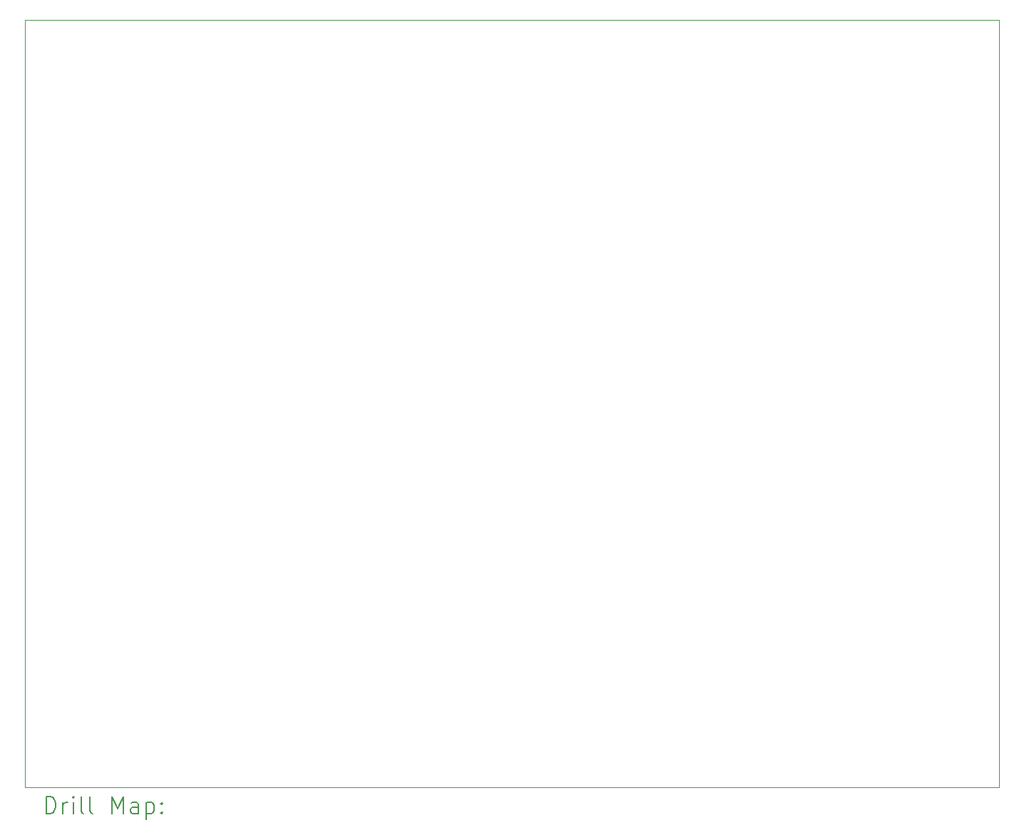
<source format=gbr>
%TF.GenerationSoftware,KiCad,Pcbnew,(6.0.7)*%
%TF.CreationDate,2022-11-13T23:25:29+01:00*%
%TF.ProjectId,cncBord4sdo,636e6342-6f72-4643-9473-646f2e6b6963,rev?*%
%TF.SameCoordinates,Original*%
%TF.FileFunction,Drillmap*%
%TF.FilePolarity,Positive*%
%FSLAX45Y45*%
G04 Gerber Fmt 4.5, Leading zero omitted, Abs format (unit mm)*
G04 Created by KiCad (PCBNEW (6.0.7)) date 2022-11-13 23:25:29*
%MOMM*%
%LPD*%
G01*
G04 APERTURE LIST*
%ADD10C,0.100000*%
%ADD11C,0.200000*%
G04 APERTURE END LIST*
D10*
X12700000Y-6129000D02*
X12700000Y-15240000D01*
X12700000Y-15240000D02*
X24271000Y-15240000D01*
X12700000Y-6129000D02*
X24271000Y-6129000D01*
X24271000Y-6129000D02*
X24271000Y-15240000D01*
D11*
X12952619Y-15555476D02*
X12952619Y-15355476D01*
X13000238Y-15355476D01*
X13028809Y-15365000D01*
X13047857Y-15384048D01*
X13057381Y-15403095D01*
X13066905Y-15441190D01*
X13066905Y-15469762D01*
X13057381Y-15507857D01*
X13047857Y-15526905D01*
X13028809Y-15545952D01*
X13000238Y-15555476D01*
X12952619Y-15555476D01*
X13152619Y-15555476D02*
X13152619Y-15422143D01*
X13152619Y-15460238D02*
X13162143Y-15441190D01*
X13171667Y-15431667D01*
X13190714Y-15422143D01*
X13209762Y-15422143D01*
X13276428Y-15555476D02*
X13276428Y-15422143D01*
X13276428Y-15355476D02*
X13266905Y-15365000D01*
X13276428Y-15374524D01*
X13285952Y-15365000D01*
X13276428Y-15355476D01*
X13276428Y-15374524D01*
X13400238Y-15555476D02*
X13381190Y-15545952D01*
X13371667Y-15526905D01*
X13371667Y-15355476D01*
X13505000Y-15555476D02*
X13485952Y-15545952D01*
X13476428Y-15526905D01*
X13476428Y-15355476D01*
X13733571Y-15555476D02*
X13733571Y-15355476D01*
X13800238Y-15498333D01*
X13866905Y-15355476D01*
X13866905Y-15555476D01*
X14047857Y-15555476D02*
X14047857Y-15450714D01*
X14038333Y-15431667D01*
X14019286Y-15422143D01*
X13981190Y-15422143D01*
X13962143Y-15431667D01*
X14047857Y-15545952D02*
X14028809Y-15555476D01*
X13981190Y-15555476D01*
X13962143Y-15545952D01*
X13952619Y-15526905D01*
X13952619Y-15507857D01*
X13962143Y-15488809D01*
X13981190Y-15479286D01*
X14028809Y-15479286D01*
X14047857Y-15469762D01*
X14143095Y-15422143D02*
X14143095Y-15622143D01*
X14143095Y-15431667D02*
X14162143Y-15422143D01*
X14200238Y-15422143D01*
X14219286Y-15431667D01*
X14228809Y-15441190D01*
X14238333Y-15460238D01*
X14238333Y-15517381D01*
X14228809Y-15536428D01*
X14219286Y-15545952D01*
X14200238Y-15555476D01*
X14162143Y-15555476D01*
X14143095Y-15545952D01*
X14324048Y-15536428D02*
X14333571Y-15545952D01*
X14324048Y-15555476D01*
X14314524Y-15545952D01*
X14324048Y-15536428D01*
X14324048Y-15555476D01*
X14324048Y-15431667D02*
X14333571Y-15441190D01*
X14324048Y-15450714D01*
X14314524Y-15441190D01*
X14324048Y-15431667D01*
X14324048Y-15450714D01*
M02*

</source>
